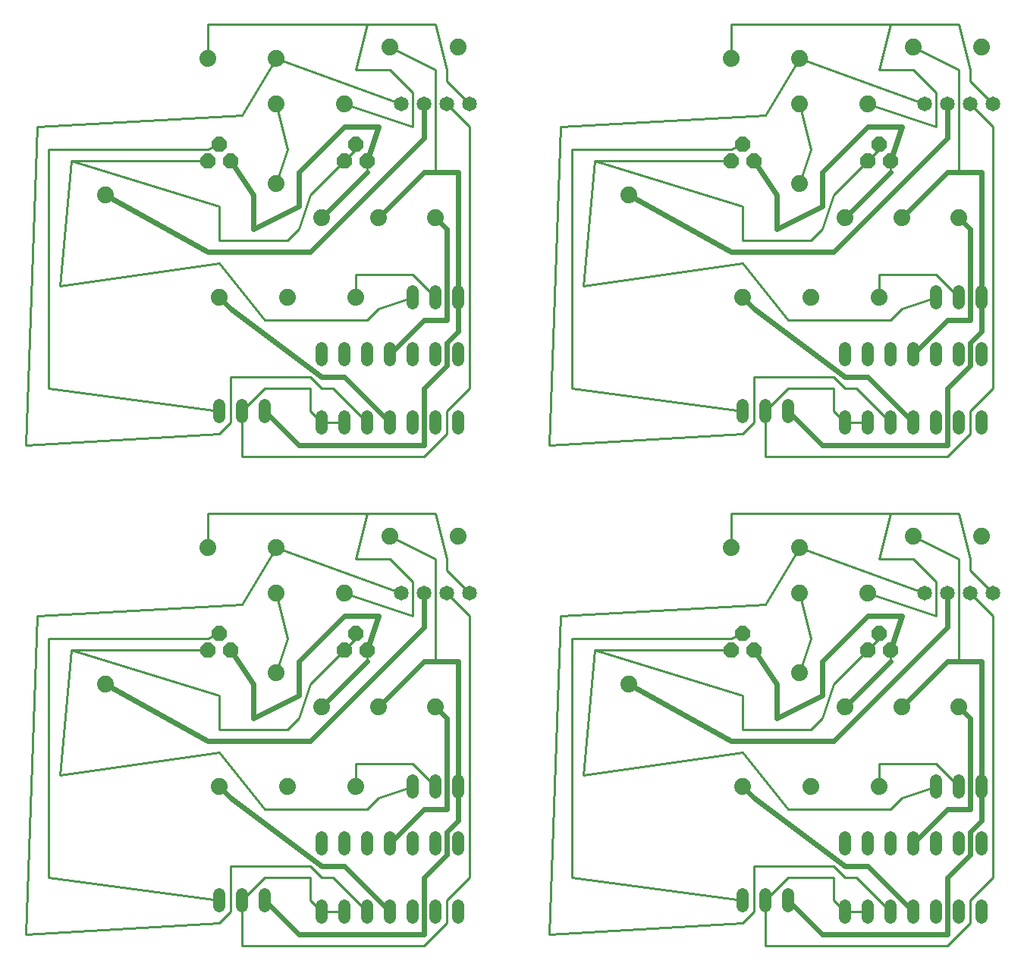
<source format=gbl>
G75*
G70*
%OFA0B0*%
%FSLAX24Y24*%
%IPPOS*%
%LPD*%
%AMOC8*
5,1,8,0,0,1.08239X$1,22.5*
%
%ADD10C,0.0740*%
%ADD11C,0.0650*%
%ADD12C,0.0520*%
%ADD13OC8,0.0660*%
%ADD14C,0.0100*%
%ADD15C,0.0240*%
D10*
X010600Y009100D03*
X013600Y009100D03*
X016600Y009100D03*
X017600Y012600D03*
X020100Y012600D03*
X015100Y012600D03*
X013100Y014100D03*
X013100Y017600D03*
X013100Y019600D03*
X010100Y019600D03*
X016100Y017600D03*
X018100Y020100D03*
X021100Y020100D03*
X028600Y013600D03*
X033600Y009100D03*
X036600Y009100D03*
X039600Y009100D03*
X040600Y012600D03*
X043100Y012600D03*
X038100Y012600D03*
X036100Y014100D03*
X036100Y017600D03*
X036100Y019600D03*
X033100Y019600D03*
X039100Y017600D03*
X041100Y020100D03*
X044100Y020100D03*
X039600Y030600D03*
X036600Y030600D03*
X033600Y030600D03*
X038100Y034100D03*
X036100Y035600D03*
X036100Y039100D03*
X036100Y041100D03*
X033100Y041100D03*
X039100Y039100D03*
X041100Y041600D03*
X044100Y041600D03*
X043100Y034100D03*
X040600Y034100D03*
X028600Y035100D03*
X021100Y041600D03*
X018100Y041600D03*
X016100Y039100D03*
X013100Y039100D03*
X013100Y041100D03*
X010100Y041100D03*
X013100Y035600D03*
X015100Y034100D03*
X017600Y034100D03*
X020100Y034100D03*
X016600Y030600D03*
X013600Y030600D03*
X010600Y030600D03*
X005600Y035100D03*
X005600Y013600D03*
D11*
X018600Y017600D03*
X019600Y017600D03*
X020600Y017600D03*
X021600Y017600D03*
X041600Y017600D03*
X042600Y017600D03*
X043600Y017600D03*
X044600Y017600D03*
X044600Y039100D03*
X043600Y039100D03*
X042600Y039100D03*
X041600Y039100D03*
X021600Y039100D03*
X020600Y039100D03*
X019600Y039100D03*
X018600Y039100D03*
D12*
X019100Y030860D02*
X019100Y030340D01*
X020100Y030340D02*
X020100Y030860D01*
X021100Y030860D02*
X021100Y030340D01*
X021100Y028360D02*
X021100Y027840D01*
X020100Y027840D02*
X020100Y028360D01*
X019100Y028360D02*
X019100Y027840D01*
X018100Y027840D02*
X018100Y028360D01*
X017100Y028360D02*
X017100Y027840D01*
X016100Y027840D02*
X016100Y028360D01*
X015100Y028360D02*
X015100Y027840D01*
X012600Y025860D02*
X012600Y025340D01*
X011600Y025340D02*
X011600Y025860D01*
X010600Y025860D02*
X010600Y025340D01*
X015100Y025360D02*
X015100Y024840D01*
X016100Y024840D02*
X016100Y025360D01*
X017100Y025360D02*
X017100Y024840D01*
X018100Y024840D02*
X018100Y025360D01*
X019100Y025360D02*
X019100Y024840D01*
X020100Y024840D02*
X020100Y025360D01*
X021100Y025360D02*
X021100Y024840D01*
X033600Y025340D02*
X033600Y025860D01*
X034600Y025860D02*
X034600Y025340D01*
X035600Y025340D02*
X035600Y025860D01*
X038100Y025360D02*
X038100Y024840D01*
X039100Y024840D02*
X039100Y025360D01*
X040100Y025360D02*
X040100Y024840D01*
X041100Y024840D02*
X041100Y025360D01*
X042100Y025360D02*
X042100Y024840D01*
X043100Y024840D02*
X043100Y025360D01*
X044100Y025360D02*
X044100Y024840D01*
X044100Y027840D02*
X044100Y028360D01*
X043100Y028360D02*
X043100Y027840D01*
X042100Y027840D02*
X042100Y028360D01*
X041100Y028360D02*
X041100Y027840D01*
X040100Y027840D02*
X040100Y028360D01*
X039100Y028360D02*
X039100Y027840D01*
X038100Y027840D02*
X038100Y028360D01*
X042100Y030340D02*
X042100Y030860D01*
X043100Y030860D02*
X043100Y030340D01*
X044100Y030340D02*
X044100Y030860D01*
X044100Y009360D02*
X044100Y008840D01*
X043100Y008840D02*
X043100Y009360D01*
X042100Y009360D02*
X042100Y008840D01*
X042100Y006860D02*
X042100Y006340D01*
X041100Y006340D02*
X041100Y006860D01*
X040100Y006860D02*
X040100Y006340D01*
X039100Y006340D02*
X039100Y006860D01*
X038100Y006860D02*
X038100Y006340D01*
X035600Y004360D02*
X035600Y003840D01*
X034600Y003840D02*
X034600Y004360D01*
X033600Y004360D02*
X033600Y003840D01*
X038100Y003860D02*
X038100Y003340D01*
X039100Y003340D02*
X039100Y003860D01*
X040100Y003860D02*
X040100Y003340D01*
X041100Y003340D02*
X041100Y003860D01*
X042100Y003860D02*
X042100Y003340D01*
X043100Y003340D02*
X043100Y003860D01*
X044100Y003860D02*
X044100Y003340D01*
X044100Y006340D02*
X044100Y006860D01*
X043100Y006860D02*
X043100Y006340D01*
X021100Y006340D02*
X021100Y006860D01*
X020100Y006860D02*
X020100Y006340D01*
X019100Y006340D02*
X019100Y006860D01*
X018100Y006860D02*
X018100Y006340D01*
X017100Y006340D02*
X017100Y006860D01*
X016100Y006860D02*
X016100Y006340D01*
X015100Y006340D02*
X015100Y006860D01*
X012600Y004360D02*
X012600Y003840D01*
X011600Y003840D02*
X011600Y004360D01*
X010600Y004360D02*
X010600Y003840D01*
X015100Y003860D02*
X015100Y003340D01*
X016100Y003340D02*
X016100Y003860D01*
X017100Y003860D02*
X017100Y003340D01*
X018100Y003340D02*
X018100Y003860D01*
X019100Y003860D02*
X019100Y003340D01*
X020100Y003340D02*
X020100Y003860D01*
X021100Y003860D02*
X021100Y003340D01*
X021100Y008840D02*
X021100Y009360D01*
X020100Y009360D02*
X020100Y008840D01*
X019100Y008840D02*
X019100Y009360D01*
D13*
X017100Y015100D03*
X016600Y015850D03*
X016100Y015100D03*
X011100Y015100D03*
X010600Y015850D03*
X010100Y015100D03*
X010100Y036600D03*
X010600Y037350D03*
X011100Y036600D03*
X016100Y036600D03*
X016600Y037350D03*
X017100Y036600D03*
X033100Y036600D03*
X033600Y037350D03*
X034100Y036600D03*
X039100Y036600D03*
X039600Y037350D03*
X040100Y036600D03*
X039600Y015850D03*
X039100Y015100D03*
X040100Y015100D03*
X034100Y015100D03*
X033600Y015850D03*
X033100Y015100D03*
D14*
X002600Y016600D02*
X002100Y002600D01*
X010600Y003100D01*
X011100Y003600D01*
X011100Y005600D01*
X014600Y005600D01*
X015100Y005100D01*
X015600Y005100D01*
X017100Y003600D01*
X016100Y003600D02*
X015100Y003600D01*
X014600Y004100D01*
X014600Y005100D01*
X012600Y005100D01*
X011600Y004100D01*
X011600Y002100D01*
X019600Y002100D01*
X020600Y003100D01*
X020600Y004100D01*
X021600Y005100D01*
X021600Y016600D01*
X020600Y017600D01*
X020600Y018600D02*
X020600Y019100D01*
X020100Y021100D01*
X017100Y021100D01*
X016600Y019100D01*
X018100Y019100D01*
X019100Y018100D01*
X019100Y016600D01*
X016100Y017600D01*
X016600Y015850D02*
X016600Y015600D01*
X016100Y015100D01*
X014600Y013600D01*
X014100Y012100D01*
X013600Y011600D01*
X010600Y011600D01*
X010600Y013100D01*
X004100Y015100D01*
X003600Y009600D01*
X010600Y010600D01*
X012600Y008100D01*
X017100Y008100D01*
X017600Y008600D01*
X019100Y009100D01*
X019100Y010100D02*
X016600Y010100D01*
X016600Y009100D01*
X019100Y010100D02*
X020100Y009100D01*
X020100Y014600D02*
X020100Y019100D01*
X018100Y020100D01*
X017100Y021100D02*
X010100Y021100D01*
X010100Y019600D01*
X011600Y017100D02*
X013100Y019600D01*
X018600Y017600D01*
X020600Y018600D02*
X021600Y017600D01*
X025600Y016600D02*
X034600Y017100D01*
X036100Y019600D01*
X041600Y017600D01*
X042100Y018100D02*
X041100Y019100D01*
X039600Y019100D01*
X040100Y021100D01*
X043100Y021100D01*
X043600Y019100D01*
X043600Y018600D01*
X044600Y017600D01*
X044600Y016600D02*
X044600Y005100D01*
X043600Y004100D01*
X043600Y003100D01*
X042600Y002100D01*
X034600Y002100D01*
X034600Y004100D01*
X035600Y005100D01*
X037600Y005100D01*
X037600Y004100D01*
X038100Y003600D01*
X039100Y003600D01*
X040100Y003600D02*
X038600Y005100D01*
X038100Y005100D01*
X037600Y005600D01*
X034100Y005600D01*
X034100Y003600D01*
X033600Y003100D01*
X025100Y002600D01*
X025600Y016600D01*
X026100Y015600D02*
X033100Y015600D01*
X033600Y015850D01*
X033100Y015100D02*
X027100Y015100D01*
X033600Y013100D01*
X033600Y011600D01*
X036600Y011600D01*
X037100Y012100D01*
X037600Y013600D01*
X039100Y015100D01*
X039600Y015600D01*
X039600Y015850D01*
X040100Y015100D02*
X040100Y014600D01*
X042100Y016600D02*
X042100Y018100D01*
X043100Y019100D02*
X043100Y014600D01*
X042100Y016600D02*
X039100Y017600D01*
X036100Y017600D02*
X036600Y015600D01*
X036100Y014100D01*
X033600Y010600D02*
X026600Y009600D01*
X027100Y015100D01*
X026100Y015600D02*
X026100Y005100D01*
X033600Y004100D01*
X035600Y008100D02*
X033600Y010600D01*
X035600Y008100D02*
X040100Y008100D01*
X040600Y008600D01*
X042100Y009100D01*
X042100Y010100D02*
X039600Y010100D01*
X039600Y009100D01*
X042100Y010100D02*
X043100Y009100D01*
X044600Y016600D02*
X043600Y017600D01*
X043100Y019100D02*
X041100Y020100D01*
X040100Y021100D02*
X033100Y021100D01*
X033100Y019600D01*
X034600Y023600D02*
X034600Y025600D01*
X035600Y026600D01*
X037600Y026600D01*
X037600Y025600D01*
X038100Y025100D01*
X039100Y025100D01*
X040100Y025100D02*
X038600Y026600D01*
X038100Y026600D01*
X037600Y027100D01*
X034100Y027100D01*
X034100Y025100D01*
X033600Y024600D01*
X025100Y024100D01*
X025600Y038100D01*
X034600Y038600D01*
X036100Y041100D01*
X041600Y039100D01*
X042100Y039600D02*
X041100Y040600D01*
X039600Y040600D01*
X040100Y042600D01*
X043100Y042600D01*
X043600Y040600D01*
X043600Y040100D01*
X044600Y039100D01*
X044600Y038100D02*
X044600Y026600D01*
X043600Y025600D01*
X043600Y024600D01*
X042600Y023600D01*
X034600Y023600D01*
X033600Y025600D02*
X026100Y026600D01*
X026100Y037100D01*
X033100Y037100D01*
X033600Y037350D01*
X033100Y036600D02*
X027100Y036600D01*
X033600Y034600D01*
X033600Y033100D01*
X036600Y033100D01*
X037100Y033600D01*
X037600Y035100D01*
X039100Y036600D01*
X039600Y037100D01*
X039600Y037350D01*
X040100Y036600D02*
X040100Y036100D01*
X042100Y038100D02*
X042100Y039600D01*
X043100Y040600D02*
X043100Y036100D01*
X042100Y038100D02*
X039100Y039100D01*
X036100Y039100D02*
X036600Y037100D01*
X036100Y035600D01*
X033600Y032100D02*
X026600Y031100D01*
X027100Y036600D01*
X021600Y038100D02*
X021600Y026600D01*
X020600Y025600D01*
X020600Y024600D01*
X019600Y023600D01*
X011600Y023600D01*
X011600Y025600D01*
X012600Y026600D01*
X014600Y026600D01*
X014600Y025600D01*
X015100Y025100D01*
X016100Y025100D01*
X017100Y025100D02*
X015600Y026600D01*
X015100Y026600D01*
X014600Y027100D01*
X011100Y027100D01*
X011100Y025100D01*
X010600Y024600D01*
X002100Y024100D01*
X002600Y038100D01*
X011600Y038600D01*
X013100Y041100D01*
X018600Y039100D01*
X019100Y039600D02*
X018100Y040600D01*
X016600Y040600D01*
X017100Y042600D01*
X020100Y042600D01*
X020600Y040600D01*
X020600Y040100D01*
X021600Y039100D01*
X021600Y038100D02*
X020600Y039100D01*
X019100Y039600D02*
X019100Y038100D01*
X016100Y039100D01*
X016600Y037350D02*
X016600Y037100D01*
X016100Y036600D01*
X014600Y035100D01*
X014100Y033600D01*
X013600Y033100D01*
X010600Y033100D01*
X010600Y034600D01*
X004100Y036600D01*
X003600Y031100D01*
X010600Y032100D01*
X012600Y029600D01*
X017100Y029600D01*
X017600Y030100D01*
X019100Y030600D01*
X019100Y031600D02*
X016600Y031600D01*
X016600Y030600D01*
X019100Y031600D02*
X020100Y030600D01*
X020100Y036100D02*
X020100Y040600D01*
X018100Y041600D01*
X017100Y042600D02*
X010100Y042600D01*
X010100Y041100D01*
X013100Y039100D02*
X013600Y037100D01*
X013100Y035600D01*
X010600Y037350D02*
X010100Y037100D01*
X003100Y037100D01*
X003100Y026600D01*
X010600Y025600D01*
X013100Y017600D02*
X013600Y015600D01*
X013100Y014100D01*
X010600Y015850D02*
X010100Y015600D01*
X003100Y015600D01*
X003100Y005100D01*
X010600Y004100D01*
X017100Y014600D02*
X017100Y015100D01*
X011600Y017100D02*
X002600Y016600D01*
X004100Y015100D02*
X010100Y015100D01*
X017100Y036100D02*
X017100Y036600D01*
X010100Y036600D02*
X004100Y036600D01*
X033100Y041100D02*
X033100Y042600D01*
X040100Y042600D01*
X041100Y041600D02*
X043100Y040600D01*
X043600Y039100D02*
X044600Y038100D01*
X042100Y031600D02*
X039600Y031600D01*
X039600Y030600D01*
X040100Y029600D02*
X035600Y029600D01*
X033600Y032100D01*
X040100Y029600D02*
X040600Y030100D01*
X042100Y030600D01*
X042100Y031600D02*
X043100Y030600D01*
D15*
X044100Y030600D02*
X044100Y036100D01*
X043100Y036100D01*
X042600Y036100D01*
X040600Y034100D01*
X040100Y036100D02*
X038100Y034100D01*
X037100Y034600D02*
X037100Y036100D01*
X039100Y038100D01*
X040600Y038100D01*
X040100Y036600D01*
X042600Y037600D02*
X037600Y032600D01*
X033100Y032600D01*
X028600Y035100D01*
X033600Y030600D02*
X034100Y030100D01*
X038100Y027100D01*
X039100Y027100D01*
X041100Y025100D01*
X042600Y024100D02*
X042600Y026600D01*
X043600Y027600D01*
X043600Y028600D01*
X044100Y029100D01*
X044100Y030600D01*
X043600Y029600D02*
X043600Y033600D01*
X043100Y034100D01*
X042600Y037600D02*
X042600Y039100D01*
X037100Y034600D02*
X035100Y033600D01*
X035100Y035100D01*
X034100Y036600D01*
X042600Y029600D02*
X043600Y029600D01*
X042600Y029600D02*
X041100Y028100D01*
X042600Y024100D02*
X037100Y024100D01*
X035600Y025600D01*
X042600Y017600D02*
X042600Y016100D01*
X037600Y011100D01*
X033100Y011100D01*
X028600Y013600D01*
X033600Y009100D02*
X034100Y008600D01*
X038100Y005600D01*
X039100Y005600D01*
X041100Y003600D01*
X042600Y002600D02*
X042600Y005100D01*
X043600Y006100D01*
X043600Y007100D01*
X044100Y007600D01*
X044100Y009100D01*
X044100Y014600D01*
X043100Y014600D01*
X042600Y014600D01*
X040600Y012600D01*
X040100Y014600D02*
X038100Y012600D01*
X037100Y013100D02*
X037100Y014600D01*
X039100Y016600D01*
X040600Y016600D01*
X040100Y015100D01*
X037100Y013100D02*
X035100Y012100D01*
X035100Y013600D01*
X034100Y015100D01*
X042600Y008100D02*
X043600Y008100D01*
X043600Y012100D01*
X043100Y012600D01*
X042600Y008100D02*
X041100Y006600D01*
X042600Y002600D02*
X037100Y002600D01*
X035600Y004100D01*
X021100Y007600D02*
X021100Y009100D01*
X021100Y014600D01*
X020100Y014600D01*
X019600Y014600D01*
X017600Y012600D01*
X017100Y014600D02*
X015100Y012600D01*
X014100Y013100D02*
X014100Y014600D01*
X016100Y016600D01*
X017600Y016600D01*
X017100Y015100D01*
X019600Y016100D02*
X014600Y011100D01*
X010100Y011100D01*
X005600Y013600D01*
X010600Y009100D02*
X011100Y008600D01*
X015100Y005600D01*
X016100Y005600D01*
X018100Y003600D01*
X019600Y002600D02*
X019600Y005100D01*
X020600Y006100D01*
X020600Y007100D01*
X021100Y007600D01*
X020600Y008100D02*
X020600Y012100D01*
X020100Y012600D01*
X019600Y016100D02*
X019600Y017600D01*
X014100Y013100D02*
X012100Y012100D01*
X012100Y013600D01*
X011100Y015100D01*
X019600Y008100D02*
X020600Y008100D01*
X019600Y008100D02*
X018100Y006600D01*
X019600Y002600D02*
X014100Y002600D01*
X012600Y004100D01*
X014100Y024100D02*
X019600Y024100D01*
X019600Y026600D01*
X020600Y027600D01*
X020600Y028600D01*
X021100Y029100D01*
X021100Y030600D01*
X021100Y036100D01*
X020100Y036100D01*
X019600Y036100D01*
X017600Y034100D01*
X017100Y036100D02*
X015100Y034100D01*
X014100Y034600D02*
X014100Y036100D01*
X016100Y038100D01*
X017600Y038100D01*
X017100Y036600D01*
X019600Y037600D02*
X019600Y039100D01*
X019600Y037600D02*
X014600Y032600D01*
X010100Y032600D01*
X005600Y035100D01*
X010600Y030600D02*
X011100Y030100D01*
X015100Y027100D01*
X016100Y027100D01*
X018100Y025100D01*
X018100Y028100D02*
X019600Y029600D01*
X020600Y029600D01*
X020600Y033600D01*
X020100Y034100D01*
X014100Y034600D02*
X012100Y033600D01*
X012100Y035100D01*
X011100Y036600D01*
X012600Y025600D02*
X014100Y024100D01*
M02*

</source>
